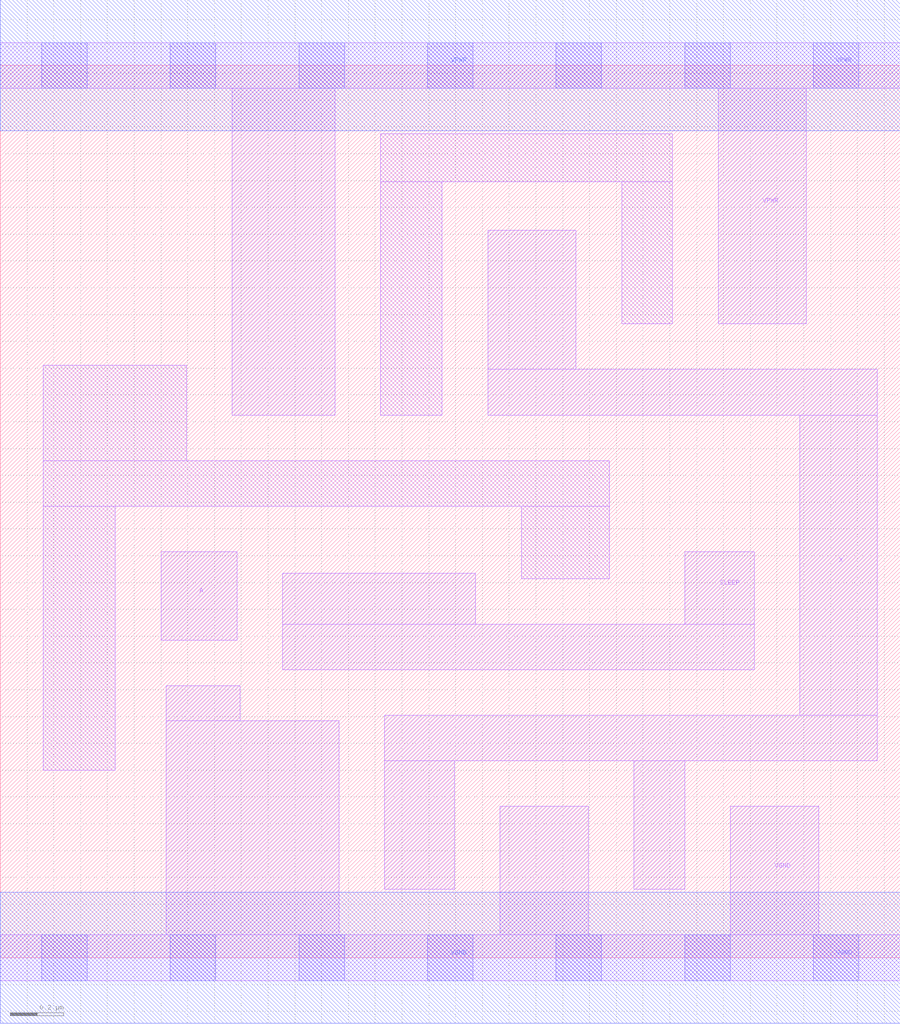
<source format=lef>
# Copyright 2020 The SkyWater PDK Authors
#
# Licensed under the Apache License, Version 2.0 (the "License");
# you may not use this file except in compliance with the License.
# You may obtain a copy of the License at
#
#     https://www.apache.org/licenses/LICENSE-2.0
#
# Unless required by applicable law or agreed to in writing, software
# distributed under the License is distributed on an "AS IS" BASIS,
# WITHOUT WARRANTIES OR CONDITIONS OF ANY KIND, either express or implied.
# See the License for the specific language governing permissions and
# limitations under the License.
#
# SPDX-License-Identifier: Apache-2.0

VERSION 5.7 ;
  NAMESCASESENSITIVE ON ;
  NOWIREEXTENSIONATPIN ON ;
  DIVIDERCHAR "/" ;
  BUSBITCHARS "[]" ;
UNITS
  DATABASE MICRONS 200 ;
END UNITS
MACRO sky130_fd_sc_lp__isobufsrc_2
  CLASS CORE ;
  SOURCE USER ;
  FOREIGN sky130_fd_sc_lp__isobufsrc_2 ;
  ORIGIN  0.000000  0.000000 ;
  SIZE  3.360000 BY  3.330000 ;
  SYMMETRY X Y ;
  SITE unit ;
  PIN A
    ANTENNAGATEAREA  0.126000 ;
    DIRECTION INPUT ;
    USE SIGNAL ;
    PORT
      LAYER li1 ;
        RECT 0.600000 1.185000 0.885000 1.515000 ;
    END
  END A
  PIN SLEEP
    ANTENNAGATEAREA  0.630000 ;
    DIRECTION INPUT ;
    USE SIGNAL ;
    PORT
      LAYER li1 ;
        RECT 1.055000 1.075000 2.815000 1.245000 ;
        RECT 1.055000 1.245000 1.775000 1.435000 ;
        RECT 2.555000 1.245000 2.815000 1.515000 ;
    END
  END SLEEP
  PIN X
    ANTENNADIFFAREA  0.823200 ;
    DIRECTION OUTPUT ;
    USE SIGNAL ;
    PORT
      LAYER li1 ;
        RECT 1.435000 0.255000 1.695000 0.735000 ;
        RECT 1.435000 0.735000 3.275000 0.905000 ;
        RECT 1.820000 2.025000 3.275000 2.195000 ;
        RECT 1.820000 2.195000 2.150000 2.715000 ;
        RECT 2.365000 0.255000 2.555000 0.735000 ;
        RECT 2.985000 0.905000 3.275000 2.025000 ;
    END
  END X
  PIN VGND
    DIRECTION INOUT ;
    USE GROUND ;
    PORT
      LAYER li1 ;
        RECT 0.000000 -0.085000 3.360000 0.085000 ;
        RECT 0.620000  0.085000 1.265000 0.885000 ;
        RECT 0.620000  0.885000 0.895000 1.015000 ;
        RECT 1.865000  0.085000 2.195000 0.565000 ;
        RECT 2.725000  0.085000 3.055000 0.565000 ;
      LAYER mcon ;
        RECT 0.155000 -0.085000 0.325000 0.085000 ;
        RECT 0.635000 -0.085000 0.805000 0.085000 ;
        RECT 1.115000 -0.085000 1.285000 0.085000 ;
        RECT 1.595000 -0.085000 1.765000 0.085000 ;
        RECT 2.075000 -0.085000 2.245000 0.085000 ;
        RECT 2.555000 -0.085000 2.725000 0.085000 ;
        RECT 3.035000 -0.085000 3.205000 0.085000 ;
      LAYER met1 ;
        RECT 0.000000 -0.245000 3.360000 0.245000 ;
    END
  END VGND
  PIN VPWR
    DIRECTION INOUT ;
    USE POWER ;
    PORT
      LAYER li1 ;
        RECT 0.000000 3.245000 3.360000 3.415000 ;
        RECT 0.865000 2.025000 1.250000 3.245000 ;
        RECT 2.680000 2.365000 3.010000 3.245000 ;
      LAYER mcon ;
        RECT 0.155000 3.245000 0.325000 3.415000 ;
        RECT 0.635000 3.245000 0.805000 3.415000 ;
        RECT 1.115000 3.245000 1.285000 3.415000 ;
        RECT 1.595000 3.245000 1.765000 3.415000 ;
        RECT 2.075000 3.245000 2.245000 3.415000 ;
        RECT 2.555000 3.245000 2.725000 3.415000 ;
        RECT 3.035000 3.245000 3.205000 3.415000 ;
      LAYER met1 ;
        RECT 0.000000 3.085000 3.360000 3.575000 ;
    END
  END VPWR
  OBS
    LAYER li1 ;
      RECT 0.160000 0.700000 0.430000 1.685000 ;
      RECT 0.160000 1.685000 2.275000 1.855000 ;
      RECT 0.160000 1.855000 0.695000 2.210000 ;
      RECT 1.420000 2.025000 1.650000 2.895000 ;
      RECT 1.420000 2.895000 2.510000 3.075000 ;
      RECT 1.945000 1.415000 2.275000 1.685000 ;
      RECT 2.320000 2.365000 2.510000 2.895000 ;
  END
END sky130_fd_sc_lp__isobufsrc_2

</source>
